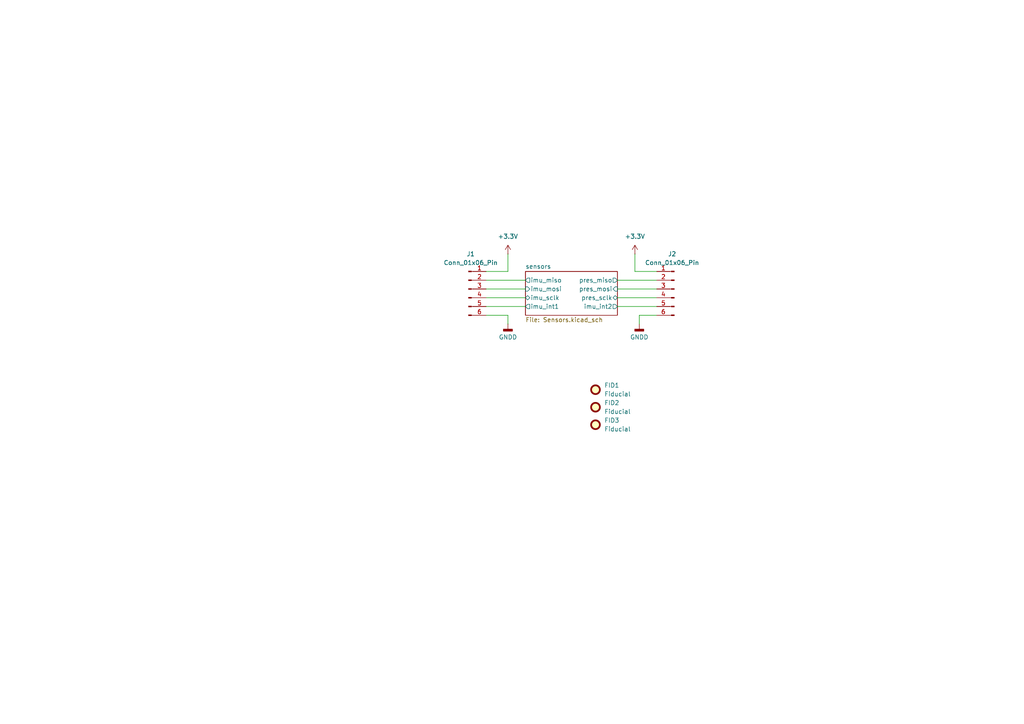
<source format=kicad_sch>
(kicad_sch (version 20231120) (generator "eeschema") (generator_version "8.0")
  (paper "A4")
  (lib_symbols
    (symbol "Connector:Conn_01x06_Pin" (pin_names (offset 1.016) hide)
      (property "Reference" "J" (at 0 7.62 0))
      (property "Value" "Conn_01x06_Pin" (at 0 -10.16 0))
      (symbol "Conn_01x06_Pin_1_1"
        (polyline (pts (xy 1.27 -7.62) (xy 0.8636 -7.62)) (stroke (width 0.1524)))
        (polyline (pts (xy 1.27 -5.08) (xy 0.8636 -5.08)) (stroke (width 0.1524)))
        (polyline (pts (xy 1.27 -2.54) (xy 0.8636 -2.54)) (stroke (width 0.1524)))
        (polyline (pts (xy 1.27 0) (xy 0.8636 0)) (stroke (width 0.1524)))
        (polyline (pts (xy 1.27 2.54) (xy 0.8636 2.54)) (stroke (width 0.1524)))
        (polyline (pts (xy 1.27 5.08) (xy 0.8636 5.08)) (stroke (width 0.1524)))
        (rectangle (start 0.8636 -7.493) (end 0 -7.747) (stroke (width 0.1524)) (fill (type outline)))
        (rectangle (start 0.8636 -4.953) (end 0 -5.207) (stroke (width 0.1524)) (fill (type outline)))
        (rectangle (start 0.8636 -2.413) (end 0 -2.667) (stroke (width 0.1524)) (fill (type outline)))
        (rectangle (start 0.8636 0.127) (end 0 -0.127) (stroke (width 0.1524)) (fill (type outline)))
        (rectangle (start 0.8636 2.667) (end 0 2.413) (stroke (width 0.1524)) (fill (type outline)))
        (rectangle (start 0.8636 5.207) (end 0 4.953) (stroke (width 0.1524)) (fill (type outline)))
        (pin passive line (at 5.08 5.08 180) (length 3.81) (name "Pin_1") (number "1"))
        (pin passive line (at 5.08 2.54 180) (length 3.81) (name "Pin_2") (number "2"))
        (pin passive line (at 5.08 0 180) (length 3.81) (name "Pin_3") (number "3"))
        (pin passive line (at 5.08 -2.54 180) (length 3.81) (name "Pin_4") (number "4"))
        (pin passive line (at 5.08 -5.08 180) (length 3.81) (name "Pin_5") (number "5"))
        (pin passive line (at 5.08 -7.62 180) (length 3.81) (name "Pin_6") (number "6"))
      )
    )
    (symbol "Mechanical:Fiducial" (exclude_from_sim yes) (in_bom no)
      (property "Reference" "FID" (at 0 5.08 0))
      (property "Value" "Fiducial" (at 0 3.175 0))
      (symbol "Fiducial_0_1"
        (circle (center 0 0) (radius 1.27) (stroke (width 0.508)) (fill (type background)))
      )
    )
    (symbol "power:+3.3V" (power) (pin_numbers hide) (pin_names (offset 0) hide)
      (property "Value" "+3.3V" (at 0 3.556 0))
      (symbol "+3.3V_0_1"
        (polyline (pts (xy -0.762 1.27) (xy 0 2.54)))
        (polyline (pts (xy 0 0) (xy 0 2.54)))
        (polyline (pts (xy 0 2.54) (xy 0.762 1.27)))
      )
      (symbol "+3.3V_1_1"
        (pin power_in line (at 0 0 90) (length 0) (name "~") (number "1"))
      )
    )
    (symbol "power:GNDD" (power) (pin_numbers hide) (pin_names (offset 0) hide)
      (property "Value" "GNDD" (at 0 -3.175 0))
      (symbol "GNDD_0_1"
        (rectangle (start -1.27 -1.524) (end 1.27 -2.032) (stroke (width 0.254)) (fill (type outline)))
        (polyline (pts (xy 0 0) (xy 0 -1.524)))
      )
      (symbol "GNDD_1_1"
        (pin power_in line (at 0 0 270) (length 0) (name "~") (number "1"))
      )
    )
  )
  (wire (pts (xy 140.97 88.9) (xy 152.4 88.9)))
  (wire (pts (xy 147.32 78.74) (xy 147.32 73.66)))
  (wire (pts (xy 179.07 81.28) (xy 190.5 81.28)))
  (wire (pts (xy 179.07 88.9) (xy 190.5 88.9)))
  (wire (pts (xy 140.97 86.36) (xy 152.4 86.36)))
  (wire (pts (xy 140.97 78.74) (xy 147.32 78.74)))
  (wire (pts (xy 190.5 78.74) (xy 184.15 78.74)))
  (wire (pts (xy 185.42 91.44) (xy 190.5 91.44)))
  (wire (pts (xy 179.07 83.82) (xy 190.5 83.82)))
  (wire (pts (xy 179.07 86.36) (xy 190.5 86.36)))
  (wire (pts (xy 185.42 93.98) (xy 185.42 91.44)))
  (wire (pts (xy 147.32 93.98) (xy 147.32 91.44)))
  (wire (pts (xy 140.97 81.28) (xy 152.4 81.28)))
  (wire (pts (xy 184.15 78.74) (xy 184.15 73.66)))
  (wire (pts (xy 147.32 91.44) (xy 140.97 91.44)))
  (wire (pts (xy 140.97 83.82) (xy 152.4 83.82)))
  (symbol (lib_id "power:GNDD") (at 185.42 93.98 0) (unit 1)
    (property "Reference" "#PWR05" (effects (hide yes)))
    (property "Value" "GNDD" (at 185.42 97.79 0))
    (property "Description" "Power symbol creates a global label with name \"GNDD\" , digital ground" (effects (hide yes)))
  )
  (symbol (lib_id "Mechanical:Fiducial") (at 172.72 123.19 0) (unit 1) (exclude_from_sim yes) (in_bom no)
    (property "Reference" "FID3" (at 175.26 121.9199 0) (effects (justify left)))
    (property "Value" "Fiducial" (at 175.26 124.4599 0) (effects (justify left)))
    (property "Footprint" "Fiducial:Fiducial_1mm_Mask2mm" (effects (hide yes)))
    (property "Description" "Fiducial Marker" (effects (hide yes)))
  )
  (symbol (lib_id "Mechanical:Fiducial") (at 172.72 113.03 0) (unit 1) (exclude_from_sim yes) (in_bom no)
    (property "Reference" "FID1" (at 175.26 111.7599 0) (effects (justify left)))
    (property "Value" "Fiducial" (at 175.26 114.2999 0) (effects (justify left)))
    (property "Footprint" "Fiducial:Fiducial_1mm_Mask2mm" (effects (hide yes)))
    (property "Description" "Fiducial Marker" (effects (hide yes)))
  )
  (symbol (lib_id "power:+3.3V") (at 147.32 73.66 0) (unit 1)
    (property "Reference" "#PWR02" (effects (hide yes)))
    (property "Value" "+3.3V" (at 147.32 68.58 0))
    (property "Description" "Power symbol creates a global label with name \"+3.3V\"" (effects (hide yes)))
  )
  (symbol (lib_id "Mechanical:Fiducial") (at 172.72 118.11 0) (unit 1) (exclude_from_sim yes) (in_bom no)
    (property "Reference" "FID2" (at 175.26 116.8399 0) (effects (justify left)))
    (property "Value" "Fiducial" (at 175.26 119.3799 0) (effects (justify left)))
    (property "Footprint" "Fiducial:Fiducial_1mm_Mask2mm" (effects (hide yes)))
    (property "Description" "Fiducial Marker" (effects (hide yes)))
  )
  (symbol (lib_id "power:+3.3V") (at 184.15 73.66 0) (unit 1)
    (property "Reference" "#PWR03" (effects (hide yes)))
    (property "Value" "+3.3V" (at 184.15 68.58 0))
    (property "Description" "Power symbol creates a global label with name \"+3.3V\"" (effects (hide yes)))
  )
  (symbol (lib_id "Connector:Conn_01x06_Pin") (at 195.58 83.82 0) (mirror y) (unit 1)
    (property "Reference" "J2" (at 194.945 73.66 0))
    (property "Value" "Conn_01x06_Pin" (at 194.945 76.2 0))
    (property "Footprint" "Connector_PinHeader_2.54mm:PinHeader_1x06_P2.54mm_Vertical" (effects (hide yes)))
    (property "Datasheet" "https://mm.digikey.com/Volume0/opasdata/d220001/medias/docus/6129/tx-1xx-x-x-mkt1.pdf" (effects (hide yes)))
    (property "Description" "Generic connector, single row, 01x06, script generated" (effects (hide yes)))
    (property "Purchase" "https://www.digikey.com/en/products/detail/samtec-inc/TS-132-G-A/1105430" (effects (hide yes)))
  )
  (symbol (lib_id "power:GNDD") (at 147.32 93.98 0) (unit 1)
    (property "Reference" "#PWR04" (effects (hide yes)))
    (property "Value" "GNDD" (at 147.32 97.79 0))
    (property "Description" "Power symbol creates a global label with name \"GNDD\" , digital ground" (effects (hide yes)))
  )
  (symbol (lib_id "Connector:Conn_01x06_Pin") (at 135.89 83.82 0) (unit 1)
    (property "Reference" "J1" (at 136.525 73.66 0))
    (property "Value" "Conn_01x06_Pin" (at 136.525 76.2 0))
    (property "Footprint" "Connector_PinHeader_2.54mm:PinHeader_1x06_P2.54mm_Vertical" (effects (hide yes)))
    (property "Datasheet" "https://mm.digikey.com/Volume0/opasdata/d220001/medias/docus/6129/tx-1xx-x-x-mkt1.pdf" (effects (hide yes)))
    (property "Description" "Generic connector, single row, 01x06, script generated" (effects (hide yes)))
    (property "Purchase" "https://www.digikey.com/en/products/detail/samtec-inc/TS-132-G-A/1105430" (effects (hide yes)))
  )
  (sheet (at 152.4 78.74) (size 26.67 12.7) (stroke (width 0.1524))
    (property "Sheetname" "sensors" (at 152.4 78.0284 0) (effects (justify left bottom)))
    (property "Sheetfile" "Sensors.kicad_sch" (at 152.4 92.0246 0) (effects (justify left top)))
    (pin "imu_int1" output (at 152.4 88.9 180))
    (pin "imu_int2" output (at 179.07 88.9 0))
    (pin "imu_mosi" input (at 152.4 83.82 180))
    (pin "imu_miso" output (at 152.4 81.28 180))
    (pin "imu_sclk" bidirectional (at 152.4 86.36 180))
    (pin "pres_sclk" bidirectional (at 179.07 86.36 0))
    (pin "pres_mosi" input (at 179.07 83.82 0))
    (pin "pres_miso" output (at 179.07 81.28 0))
  )
)
</source>
